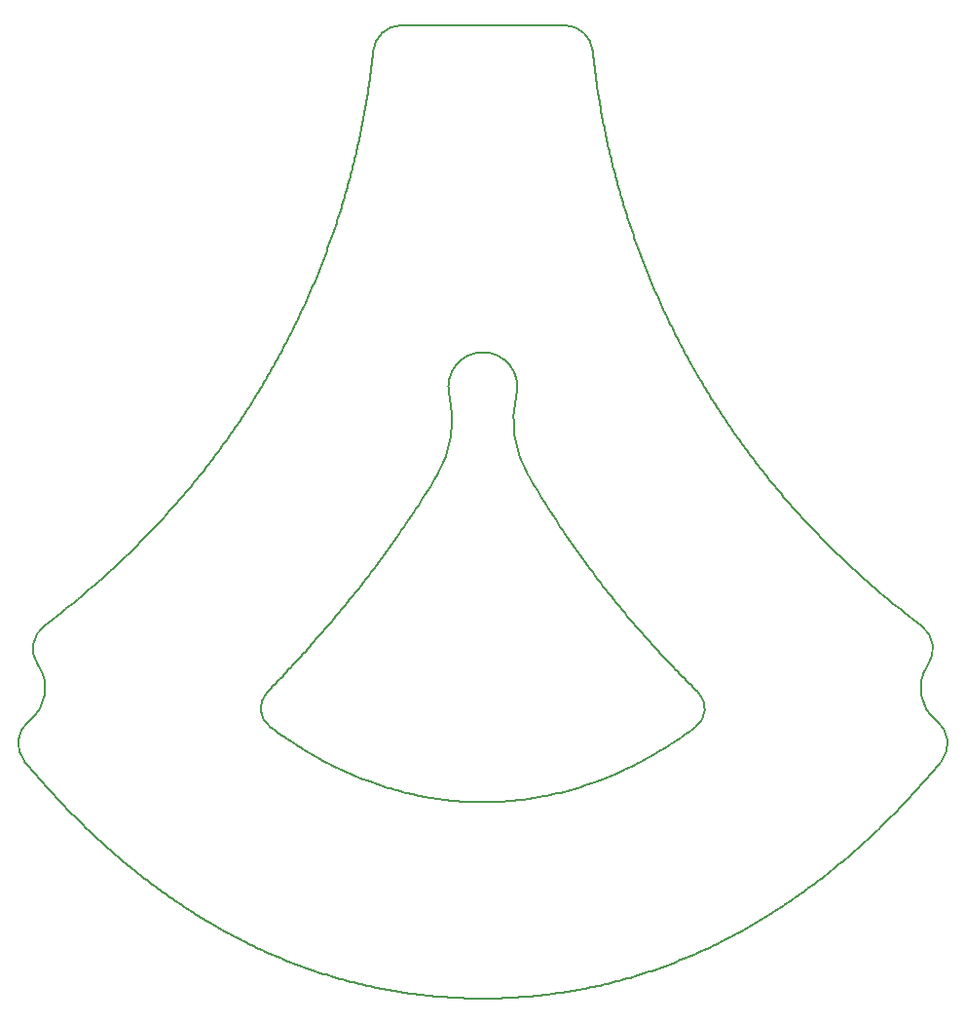
<source format=gbr>
%TF.GenerationSoftware,KiCad,Pcbnew,(6.0.8)*%
%TF.CreationDate,2022-12-20T01:42:36-08:00*%
%TF.ProjectId,Anduril USB Hub,416e6475-7269-46c2-9055-534220487562,rev?*%
%TF.SameCoordinates,Original*%
%TF.FileFunction,Profile,NP*%
%FSLAX46Y46*%
G04 Gerber Fmt 4.6, Leading zero omitted, Abs format (unit mm)*
G04 Created by KiCad (PCBNEW (6.0.8)) date 2022-12-20 01:42:36*
%MOMM*%
%LPD*%
G01*
G04 APERTURE LIST*
%ADD10C,0.200000*%
%TA.AperFunction,Profile*%
%ADD11C,0.180000*%
%TD*%
G04 APERTURE END LIST*
D10*
X72556349Y-94730864D02*
X72701816Y-94905899D01*
X72847818Y-95080480D01*
X72994357Y-95254601D01*
X73141432Y-95428261D01*
X73289045Y-95601457D01*
X73437195Y-95774184D01*
X73585884Y-95946442D01*
X73735111Y-96118225D01*
X73884878Y-96289532D01*
X74035184Y-96460359D01*
X74186031Y-96630704D01*
X74337419Y-96800563D01*
X74489349Y-96969934D01*
X74641820Y-97138813D01*
X74794834Y-97307197D01*
X74948392Y-97475084D01*
X75102493Y-97642471D01*
X75257138Y-97809354D01*
X75412328Y-97975730D01*
X75568063Y-98141596D01*
X75724345Y-98306951D01*
X75881172Y-98471789D01*
X76038547Y-98636109D01*
X76196469Y-98799908D01*
X76354939Y-98963182D01*
X76513958Y-99125929D01*
X76673526Y-99288145D01*
X76833644Y-99449827D01*
X76994311Y-99610973D01*
X77155530Y-99771580D01*
X77317300Y-99931644D01*
X77479622Y-100091163D01*
X123077238Y-40312852D02*
X123030194Y-40086835D01*
X122983874Y-39860639D01*
X122938280Y-39634261D01*
X122893415Y-39407703D01*
X122849282Y-39180962D01*
X122805883Y-38954038D01*
X122763222Y-38726930D01*
X122721301Y-38499638D01*
X122680123Y-38272161D01*
X122639691Y-38044499D01*
X122600007Y-37816650D01*
X122561074Y-37588614D01*
X122522896Y-37360390D01*
X122485474Y-37131978D01*
X122448812Y-36903376D01*
X122412912Y-36674585D01*
X122377778Y-36445603D01*
X122343411Y-36216430D01*
X122309815Y-35987065D01*
X122276993Y-35757508D01*
X122244946Y-35527757D01*
X122213679Y-35297812D01*
X122183194Y-35067673D01*
X122153494Y-34837338D01*
X122124581Y-34606807D01*
X122096458Y-34376079D01*
X122069128Y-34145154D01*
X122042593Y-33914031D01*
X122016858Y-33682709D01*
X121991923Y-33451187D01*
X121967793Y-33219465D01*
X121944470Y-32987543D01*
X135184957Y-109287118D02*
X135402391Y-109164360D01*
X135619153Y-109040585D01*
X135835246Y-108915798D01*
X136050673Y-108790002D01*
X136265436Y-108663202D01*
X136479539Y-108535403D01*
X136692984Y-108406608D01*
X136905774Y-108276822D01*
X137117913Y-108146050D01*
X137329402Y-108014296D01*
X137540245Y-107881563D01*
X137750445Y-107747858D01*
X137960005Y-107613183D01*
X138168927Y-107477544D01*
X138377215Y-107340944D01*
X138584871Y-107203389D01*
X138791898Y-107064881D01*
X138998299Y-106925427D01*
X139204077Y-106785030D01*
X139409235Y-106643694D01*
X139613776Y-106501425D01*
X139817703Y-106358226D01*
X140021018Y-106214101D01*
X140223725Y-106069056D01*
X140425826Y-105923093D01*
X140627324Y-105776219D01*
X140828222Y-105628437D01*
X141028523Y-105479752D01*
X141228231Y-105330167D01*
X141427347Y-105179688D01*
X141625874Y-105028318D01*
X141823817Y-104876063D01*
D11*
X151067853Y-86358003D02*
G75*
G03*
X150524716Y-82927756I-2047653J1433903D01*
G01*
D10*
X87565847Y-70125347D02*
X87419636Y-70305711D01*
X87272893Y-70485537D01*
X87125619Y-70664824D01*
X86977814Y-70843573D01*
X86829479Y-71021786D01*
X86680615Y-71199463D01*
X86531223Y-71376605D01*
X86381305Y-71553214D01*
X86230861Y-71729290D01*
X86079891Y-71904835D01*
X85928398Y-72079848D01*
X85776382Y-72254332D01*
X85623843Y-72428287D01*
X85470784Y-72601714D01*
X85317204Y-72774614D01*
X85163106Y-72946989D01*
X122120308Y-96519240D02*
X122341102Y-96438080D01*
X122561321Y-96355180D01*
X122780922Y-96270569D01*
X122999862Y-96184278D01*
X123218098Y-96096339D01*
X123435587Y-96006781D01*
X123652287Y-95915634D01*
X123868154Y-95822930D01*
X124083146Y-95728700D01*
X124297219Y-95632973D01*
X124439404Y-95568339D01*
X77479622Y-100091163D02*
X77642477Y-100250115D01*
X77805850Y-100408481D01*
X77969742Y-100566257D01*
X78134155Y-100723441D01*
X78299092Y-100880030D01*
X78464554Y-101036022D01*
X78630543Y-101191414D01*
X78797061Y-101346203D01*
X78964111Y-101500386D01*
X79131694Y-101653962D01*
X79299813Y-101806926D01*
X79468469Y-101959277D01*
X79637665Y-102111012D01*
X79807402Y-102262128D01*
X79977683Y-102412622D01*
X80148510Y-102562493D01*
X80319884Y-102711736D01*
X80491808Y-102860350D01*
X80664284Y-103008331D01*
X80837313Y-103155678D01*
X81010898Y-103302387D01*
X81185041Y-103448456D01*
X81359745Y-103593882D01*
X81535010Y-103738662D01*
X81710839Y-103882794D01*
X81887233Y-104026276D01*
X82064197Y-104169103D01*
X82241730Y-104311274D01*
X82419835Y-104452787D01*
X82598514Y-104593638D01*
X82777770Y-104733824D01*
X82957604Y-104873344D01*
X127987923Y-112593249D02*
X128219601Y-112508742D01*
X128450836Y-112423002D01*
X128681628Y-112336030D01*
X128911977Y-112247828D01*
X129141885Y-112158398D01*
X129371352Y-112067743D01*
X129600378Y-111975863D01*
X129828966Y-111882762D01*
X130057114Y-111788441D01*
X130284825Y-111692902D01*
X130512098Y-111596148D01*
X130738934Y-111498179D01*
X130965335Y-111398999D01*
X131191301Y-111298609D01*
X131416832Y-111197011D01*
X131641930Y-111094208D01*
D11*
X72967707Y-91146398D02*
G75*
G03*
X72556349Y-94730864I1513013J-1989472D01*
G01*
D10*
X99800000Y-47500000D02*
X99728185Y-47721530D01*
X99655678Y-47942724D01*
X99582481Y-48163579D01*
X99508592Y-48384096D01*
X99434015Y-48604274D01*
X99358749Y-48824111D01*
X99282795Y-49043608D01*
X99206154Y-49262762D01*
X99128827Y-49481574D01*
X99050815Y-49700042D01*
X98972119Y-49918165D01*
X98892740Y-50135943D01*
X98812678Y-50353375D01*
X98731934Y-50570460D01*
X98650510Y-50787198D01*
X98568406Y-51003586D01*
X98485622Y-51219625D01*
X98402161Y-51435314D01*
X98318023Y-51650652D01*
X98233208Y-51865638D01*
X98147717Y-52080271D01*
X98061552Y-52294550D01*
X97974713Y-52508475D01*
X97887202Y-52722045D01*
X97799018Y-52935259D01*
X97710163Y-53148115D01*
X97620638Y-53360614D01*
X97530444Y-53572754D01*
X97439581Y-53784535D01*
X97348050Y-53995955D01*
X97255853Y-54207014D01*
X97162990Y-54417712D01*
D11*
X119456578Y-30733293D02*
X105328818Y-30733293D01*
D10*
X124968278Y-47449346D02*
X124897881Y-47229144D01*
X124828212Y-47008762D01*
X124759271Y-46788198D01*
X124691058Y-46567453D01*
X124623573Y-46346527D01*
X124556816Y-46125419D01*
X124490788Y-45904130D01*
X124425488Y-45682660D01*
X124360917Y-45461008D01*
X124297074Y-45239174D01*
X124233961Y-45017160D01*
X124171577Y-44794963D01*
X124109922Y-44572585D01*
X124048996Y-44350026D01*
X123988800Y-44127284D01*
X123929334Y-43904361D01*
X123870598Y-43681257D01*
X123812591Y-43457970D01*
X123755315Y-43234502D01*
X123698770Y-43010851D01*
X123642954Y-42787019D01*
X123587869Y-42563005D01*
X123533515Y-42338809D01*
X123479892Y-42114432D01*
X123427000Y-41889872D01*
X123374839Y-41665129D01*
X123323410Y-41440205D01*
X123272712Y-41215099D01*
X123222745Y-40989810D01*
X123173511Y-40764340D01*
X123125008Y-40538687D01*
X123077238Y-40312852D01*
X85163106Y-72946989D02*
X84853357Y-73290167D01*
X84541549Y-73631258D01*
X84227686Y-73970268D01*
X83911774Y-74307204D01*
X83593820Y-74642070D01*
X83273829Y-74974873D01*
X82951807Y-75305619D01*
X82627760Y-75634314D01*
X82301694Y-75960964D01*
X81973614Y-76285574D01*
X81643526Y-76608150D01*
X81311437Y-76928699D01*
X80977353Y-77247227D01*
X80641278Y-77563739D01*
X80303219Y-77878241D01*
X79963182Y-78190739D01*
X79621172Y-78501239D01*
X79277196Y-78809748D01*
X78931259Y-79116271D01*
X78583368Y-79420813D01*
X78233527Y-79723381D01*
X77881743Y-80023981D01*
X77528022Y-80322619D01*
X77172370Y-80619301D01*
X76814792Y-80914032D01*
X76455294Y-81206819D01*
X76093883Y-81497667D01*
X75730564Y-81786583D01*
X75365342Y-82073571D01*
X74998224Y-82358640D01*
X74629216Y-82641793D01*
X74258324Y-82923038D01*
X128801268Y-93164846D02*
X128997312Y-93037077D01*
X129192641Y-92908025D01*
X129387259Y-92777697D01*
X129581171Y-92646102D01*
X129774380Y-92513247D01*
X129838629Y-92468684D01*
X147305789Y-100091178D02*
X147468095Y-99931692D01*
X147629834Y-99771679D01*
X147791007Y-99611139D01*
X147951617Y-99450075D01*
X148111665Y-99288489D01*
X148271151Y-99126381D01*
X148430079Y-98963755D01*
X148588449Y-98800612D01*
X148746263Y-98636954D01*
X148903523Y-98472782D01*
X149060229Y-98308100D01*
X149216385Y-98142907D01*
X149371991Y-97977208D01*
X149527048Y-97811002D01*
X149681560Y-97644293D01*
X149835526Y-97477082D01*
X149988949Y-97309371D01*
X150141830Y-97141161D01*
X150294171Y-96972456D01*
X150445973Y-96803256D01*
X150597238Y-96633563D01*
X150747968Y-96463380D01*
X150898163Y-96292708D01*
X151047827Y-96121549D01*
X151196959Y-95949905D01*
X151345563Y-95777778D01*
X151493638Y-95605169D01*
X151641188Y-95432081D01*
X151788214Y-95258516D01*
X151934716Y-95084475D01*
X152080697Y-94909960D01*
X152226159Y-94734974D01*
D11*
X115305455Y-62856688D02*
G75*
G03*
X116339416Y-69865168I9234045J-2218212D01*
G01*
D10*
X134935063Y-67145011D02*
X134800374Y-66958280D01*
X134666325Y-66771151D01*
X134532915Y-66583624D01*
X134400144Y-66395700D01*
X134268013Y-66207378D01*
X134136522Y-66018658D01*
X134005670Y-65829540D01*
X133875458Y-65640024D01*
X133745885Y-65450110D01*
X133616952Y-65259798D01*
X133488659Y-65069088D01*
X133361006Y-64877980D01*
X133233992Y-64686474D01*
X133107619Y-64494569D01*
X132981885Y-64302267D01*
X132856792Y-64109566D01*
X132732338Y-63916467D01*
X132608525Y-63722969D01*
X132485352Y-63529074D01*
X132362819Y-63334780D01*
X132240926Y-63140088D01*
X132119673Y-62944997D01*
X131999061Y-62749508D01*
X131879090Y-62553620D01*
X131759759Y-62357334D01*
X131641068Y-62160649D01*
X131523018Y-61963566D01*
X131405609Y-61766084D01*
X131288840Y-61568204D01*
X131172712Y-61369925D01*
X131057225Y-61171247D01*
X130942379Y-60972171D01*
X82957604Y-104873344D02*
X83155715Y-105025759D01*
X83354413Y-105177287D01*
X83553701Y-105327923D01*
X83753582Y-105477663D01*
X83954059Y-105626503D01*
X84155134Y-105774437D01*
X84356810Y-105921462D01*
X84559091Y-106067574D01*
X84761978Y-106212768D01*
X84965476Y-106357039D01*
X85169587Y-106500383D01*
X85374314Y-106642796D01*
X85579660Y-106784273D01*
X85785628Y-106924810D01*
X85992220Y-107064403D01*
X86199440Y-107203047D01*
X86407290Y-107340738D01*
X86615773Y-107477471D01*
X86824893Y-107613243D01*
X87034652Y-107748048D01*
X87245053Y-107881882D01*
X87456099Y-108014741D01*
X87667792Y-108146620D01*
X87880137Y-108277515D01*
X88093135Y-108407423D01*
X88306790Y-108536337D01*
X88521104Y-108664254D01*
X88736081Y-108791170D01*
X88951723Y-108917080D01*
X89168033Y-109041980D01*
X89385014Y-109165865D01*
X89602670Y-109288731D01*
X89602670Y-109288731D02*
X89820926Y-109410529D01*
X90039711Y-109531212D01*
X90259025Y-109650775D01*
X90478868Y-109769215D01*
X90699242Y-109886527D01*
X90920146Y-110002708D01*
X91141582Y-110117753D01*
X91363549Y-110231659D01*
X91586050Y-110344421D01*
X91809084Y-110456036D01*
X92032653Y-110566500D01*
X92256756Y-110675809D01*
X92481396Y-110783958D01*
X92706571Y-110890944D01*
X92932283Y-110996762D01*
X93158533Y-111101410D01*
X93385322Y-111204882D01*
X93612649Y-111307175D01*
X93840516Y-111408286D01*
X94068924Y-111508209D01*
X94297872Y-111606941D01*
X94527363Y-111704478D01*
X94757396Y-111800816D01*
X94987972Y-111895951D01*
X95219092Y-111989879D01*
X95450756Y-112082596D01*
X95682965Y-112174099D01*
X95915721Y-112264382D01*
X96149023Y-112353443D01*
X96382872Y-112441277D01*
X96617270Y-112527880D01*
X96852216Y-112613249D01*
X124219936Y-113775396D02*
X124458842Y-113710985D01*
X124697290Y-113645299D01*
X124935281Y-113578342D01*
X125172815Y-113510114D01*
X125409893Y-113440619D01*
X125646516Y-113369859D01*
X125882684Y-113297837D01*
X126118400Y-113224555D01*
X126353664Y-113150015D01*
X126588476Y-113074221D01*
X126822838Y-112997175D01*
X127056750Y-112918879D01*
X127290214Y-112839336D01*
X127523230Y-112758548D01*
X127755799Y-112676518D01*
X127987923Y-112593249D01*
D11*
X130858589Y-91741298D02*
G75*
G03*
X131092428Y-88697068I-1171689J1621098D01*
G01*
D10*
X104506410Y-114639996D02*
X104749369Y-114681334D01*
X104992555Y-114721351D01*
X105235966Y-114760046D01*
X105479604Y-114797421D01*
X105723467Y-114833477D01*
X105967556Y-114868213D01*
X106211870Y-114901630D01*
X106456409Y-114933730D01*
X106701174Y-114964512D01*
X106946164Y-114993977D01*
X107191379Y-115022126D01*
X107436819Y-115048960D01*
X107682484Y-115074479D01*
X107928374Y-115098683D01*
X108174488Y-115121574D01*
X108420827Y-115143151D01*
X108667390Y-115163416D01*
X108914178Y-115182370D01*
X109161190Y-115200011D01*
X109408426Y-115216343D01*
X109655886Y-115231364D01*
X109903570Y-115245076D01*
X110151477Y-115257479D01*
X110399609Y-115268574D01*
X110647964Y-115278361D01*
X110896542Y-115286841D01*
X111145344Y-115294015D01*
X111394369Y-115299884D01*
X111643617Y-115304447D01*
X111893089Y-115307705D01*
X112142783Y-115309660D01*
X112392701Y-115310312D01*
X129838629Y-92468684D02*
X130030895Y-92334136D01*
X130222532Y-92198459D01*
X130413681Y-92061907D01*
X130604483Y-91924731D01*
X130795078Y-91787185D01*
X130858589Y-91741298D01*
D11*
X108368835Y-69915079D02*
G75*
G03*
X109468527Y-62845454I-8155345J4888919D01*
G01*
X72967707Y-91146398D02*
G75*
G03*
X73715305Y-86353369I-2120897J2785628D01*
G01*
D10*
X127608349Y-54389527D02*
X127514885Y-54177109D01*
X127422062Y-53964235D01*
X127329890Y-53750926D01*
X127238376Y-53537202D01*
X127147529Y-53323083D01*
X127057357Y-53108591D01*
X126967868Y-52893746D01*
X126879072Y-52678568D01*
X126790975Y-52463079D01*
X126703588Y-52247299D01*
X126616918Y-52031249D01*
X126530973Y-51814949D01*
X126445763Y-51598420D01*
X126361294Y-51381683D01*
X126277577Y-51164758D01*
X126194619Y-50947666D01*
D11*
X105328818Y-30733311D02*
G75*
G03*
X102840928Y-32987519I-918J-2498989D01*
G01*
D10*
X93838885Y-60974712D02*
X93723971Y-61173823D01*
X93608389Y-61372583D01*
X93492137Y-61570991D01*
X93375215Y-61769048D01*
X93257622Y-61966752D01*
X93139359Y-62164105D01*
X93020424Y-62361104D01*
X92900818Y-62557751D01*
X92780539Y-62754045D01*
X92659588Y-62949986D01*
X92537964Y-63145573D01*
X92415667Y-63340807D01*
X92292696Y-63535687D01*
X92169050Y-63730213D01*
X92044730Y-63924384D01*
X91919735Y-64118201D01*
X91794065Y-64311664D01*
X91667718Y-64504771D01*
X91540696Y-64697523D01*
X91412996Y-64889920D01*
X91284619Y-65081962D01*
X91155565Y-65273647D01*
X91025833Y-65464977D01*
X90895422Y-65655950D01*
X90764333Y-65846566D01*
X90632564Y-66036826D01*
X90500116Y-66226730D01*
X90366988Y-66416275D01*
X90233179Y-66605464D01*
X90098689Y-66794295D01*
X89963517Y-66982768D01*
X89827665Y-67170884D01*
X102581322Y-96488655D02*
X102801729Y-96568474D01*
X103023098Y-96646683D01*
X103245347Y-96723245D01*
X103468393Y-96798125D01*
X103692155Y-96871288D01*
X103916550Y-96942700D01*
X104141497Y-97012323D01*
X104366912Y-97080123D01*
X104592713Y-97146065D01*
X104818819Y-97210113D01*
X104969685Y-97251743D01*
X139583599Y-72909479D02*
X139428550Y-72735754D01*
X139274101Y-72561577D01*
X139120256Y-72386952D01*
X138967020Y-72211883D01*
X138814396Y-72036378D01*
X138662390Y-71860441D01*
X138511005Y-71684077D01*
X138360246Y-71507292D01*
X138210117Y-71330090D01*
X138060622Y-71152479D01*
X137911767Y-70974462D01*
X137763554Y-70796045D01*
X137615989Y-70617233D01*
X137469075Y-70438033D01*
X137322818Y-70258448D01*
X137177222Y-70078486D01*
X97699066Y-84324001D02*
X97513185Y-84533806D01*
X97326802Y-84743166D01*
X97139918Y-84952084D01*
X96952537Y-85160562D01*
X96764659Y-85368602D01*
X96576288Y-85576205D01*
X96387426Y-85783374D01*
X96198076Y-85990111D01*
X96008240Y-86196418D01*
X95817919Y-86402298D01*
X95690772Y-86539315D01*
X131641930Y-111094208D02*
X131866608Y-110990192D01*
X132090880Y-110884961D01*
X132314739Y-110778519D01*
X132538181Y-110670873D01*
X132761199Y-110562027D01*
X132983788Y-110451986D01*
X133205945Y-110340758D01*
X133427662Y-110228346D01*
X133648934Y-110114757D01*
X133869757Y-109999996D01*
X134090125Y-109884067D01*
X134310033Y-109766978D01*
X134529476Y-109648733D01*
X134748447Y-109529337D01*
X134966943Y-109408797D01*
X135184957Y-109287118D01*
X141823817Y-104876063D02*
X142003648Y-104736576D01*
X142182926Y-104596401D01*
X142361650Y-104455542D01*
X142539820Y-104314002D01*
X142717438Y-104171786D01*
X142894504Y-104028898D01*
X143071017Y-103885342D01*
X143246979Y-103741121D01*
X143422390Y-103596241D01*
X143597251Y-103450704D01*
X143771562Y-103304516D01*
X143945322Y-103157680D01*
X144118534Y-103010200D01*
X144291197Y-102862081D01*
X144463311Y-102713325D01*
X144634878Y-102563939D01*
X144805897Y-102413924D01*
X144976369Y-102263287D01*
X145146294Y-102112030D01*
X145315674Y-101960157D01*
X145484507Y-101807674D01*
X145652796Y-101654583D01*
X145820539Y-101500890D01*
X145987738Y-101346597D01*
X146154394Y-101191709D01*
X146320506Y-101036230D01*
X146486074Y-100880165D01*
X146651101Y-100723517D01*
X146815585Y-100566290D01*
X146979527Y-100408488D01*
X147142928Y-100250116D01*
X147305789Y-100091178D01*
X128979363Y-86566178D02*
X128784778Y-86363035D01*
X128590820Y-86159290D01*
X128397491Y-85954942D01*
X128204790Y-85749992D01*
X128012719Y-85544438D01*
X127821278Y-85338279D01*
X127630468Y-85131514D01*
X127440289Y-84924144D01*
X127250743Y-84716167D01*
X127061830Y-84507583D01*
X126936241Y-84368189D01*
X131092428Y-88697068D02*
X130892297Y-88499245D01*
X130692425Y-88301174D01*
X130492868Y-88102801D01*
X130293681Y-87904073D01*
X130094921Y-87704936D01*
X129896642Y-87505337D01*
X129698902Y-87305221D01*
X129501756Y-87104535D01*
X129305260Y-86903225D01*
X129109470Y-86701238D01*
X128979363Y-86566178D01*
X93893597Y-91716095D02*
X94083739Y-91853815D01*
X94274039Y-91991232D01*
X94464632Y-92128087D01*
X94655651Y-92264124D01*
X94847230Y-92399086D01*
X94911238Y-92443790D01*
D11*
X115305400Y-62856675D02*
G75*
G03*
X109468527Y-62845454I-2917100J700875D01*
G01*
D10*
X101539812Y-79737945D02*
X101307058Y-80030932D01*
X101073295Y-80323049D01*
X100838530Y-80614300D01*
X100602771Y-80904691D01*
X100366026Y-81194226D01*
X100128303Y-81482911D01*
X99889610Y-81770749D01*
X99649956Y-82057745D01*
X99409348Y-82343905D01*
X99167794Y-82629233D01*
X98925303Y-82913734D01*
X98681882Y-83197413D01*
X98437540Y-83480274D01*
X98192285Y-83762323D01*
X97946124Y-84043563D01*
X97699066Y-84324001D01*
D11*
X93628860Y-88707230D02*
G75*
G03*
X93893597Y-91716095I1437840J-1389570D01*
G01*
D10*
X95945479Y-93139627D02*
X96141535Y-93265996D01*
X96338275Y-93391054D01*
X96535702Y-93514792D01*
X96733822Y-93637203D01*
X96932637Y-93758277D01*
X97132153Y-93878007D01*
X97332374Y-93996385D01*
X97533303Y-94113403D01*
X97734945Y-94229052D01*
X97937305Y-94343325D01*
X98072612Y-94418739D01*
X150524716Y-82927756D02*
X150153641Y-82646375D01*
X149784381Y-82363023D01*
X149416943Y-82077692D01*
X149051332Y-81790375D01*
X148687555Y-81501065D01*
X148325620Y-81209754D01*
X147965533Y-80916435D01*
X147607300Y-80621100D01*
X147250929Y-80323743D01*
X146896426Y-80024355D01*
X146543798Y-79722931D01*
X146193052Y-79419462D01*
X145844194Y-79113941D01*
X145497230Y-78806361D01*
X145152169Y-78496714D01*
X144809016Y-78184994D01*
X144467778Y-77871193D01*
X144128462Y-77555303D01*
X143791074Y-77237318D01*
X143455622Y-76917229D01*
X143122112Y-76595030D01*
X142790551Y-76270714D01*
X142460945Y-75944273D01*
X142133302Y-75615700D01*
X141807627Y-75284987D01*
X141483928Y-74952127D01*
X141162211Y-74617114D01*
X140842484Y-74279939D01*
X140524752Y-73940595D01*
X140209023Y-73599075D01*
X139895303Y-73255372D01*
X139583599Y-72909479D01*
X89827665Y-67170884D02*
X89691113Y-67358657D01*
X89553855Y-67546096D01*
X89415905Y-67733182D01*
X89277276Y-67919898D01*
X89137983Y-68106227D01*
X88998039Y-68292151D01*
X88857458Y-68477654D01*
X88716254Y-68662717D01*
X88574441Y-68847324D01*
X88432032Y-69031458D01*
X88289041Y-69215101D01*
X88145483Y-69398235D01*
X88001370Y-69580844D01*
X87856717Y-69762911D01*
X87711538Y-69944417D01*
X87565847Y-70125347D01*
X112347204Y-98250912D02*
X112582130Y-98250301D01*
X112817307Y-98247716D01*
X113052643Y-98243158D01*
X113288050Y-98236632D01*
X113523438Y-98228141D01*
X113758718Y-98217687D01*
X113993800Y-98205274D01*
X114228595Y-98190905D01*
X114463014Y-98174583D01*
X114696966Y-98156312D01*
X114852632Y-98143050D01*
X101705295Y-40325034D02*
X101657277Y-40551685D01*
X101608517Y-40778179D01*
X101559016Y-41004517D01*
X101508774Y-41230699D01*
X101457789Y-41456723D01*
X101406062Y-41682591D01*
X101353593Y-41908302D01*
X101300381Y-42133857D01*
X101246427Y-42359254D01*
X101191729Y-42584495D01*
X101136289Y-42809578D01*
X101080105Y-43034505D01*
X101023177Y-43259274D01*
X100965506Y-43483887D01*
X100907090Y-43708342D01*
X100847930Y-43932640D01*
X100788026Y-44156781D01*
X100727378Y-44380765D01*
X100665984Y-44604591D01*
X100603846Y-44828260D01*
X100540962Y-45051772D01*
X100477333Y-45275126D01*
X100412958Y-45498322D01*
X100347838Y-45721362D01*
X100281971Y-45944243D01*
X100215358Y-46166967D01*
X100147999Y-46389534D01*
X100079893Y-46611942D01*
X100011041Y-46834193D01*
X99941441Y-47056287D01*
X99871094Y-47278222D01*
X99800000Y-47500000D01*
X123075734Y-79773871D02*
X122844788Y-79478161D01*
X122615151Y-79181555D01*
X122386824Y-78884052D01*
X122159807Y-78585651D01*
X121934103Y-78286353D01*
X121709711Y-77986157D01*
X121486633Y-77685062D01*
X121264869Y-77383069D01*
X121044421Y-77080178D01*
X120825290Y-76776388D01*
X120607476Y-76471699D01*
X120390980Y-76166111D01*
X120175804Y-75859623D01*
X119961948Y-75552236D01*
X119749413Y-75243948D01*
X119538201Y-74934761D01*
X119328312Y-74624673D01*
X119119747Y-74313685D01*
X118912508Y-74001796D01*
X118706594Y-73689006D01*
X118502008Y-73375315D01*
X118298749Y-73060722D01*
X118096820Y-72745228D01*
X117896220Y-72428832D01*
X117696951Y-72111533D01*
X117499014Y-71793333D01*
X117302410Y-71474229D01*
X117107140Y-71154223D01*
X116913204Y-70833315D01*
X116720605Y-70511502D01*
X116529341Y-70188787D01*
X116339416Y-69865168D01*
X126194619Y-50947666D02*
X126112416Y-50730404D01*
X126030959Y-50512957D01*
X125950246Y-50295324D01*
X125870278Y-50077507D01*
X125791051Y-49859504D01*
X125712566Y-49641317D01*
X125634822Y-49422945D01*
X125557817Y-49204390D01*
X125481551Y-48985650D01*
X125406022Y-48766727D01*
X125331230Y-48547620D01*
X125257172Y-48328330D01*
X125183850Y-48108858D01*
X125111260Y-47889203D01*
X125039403Y-47669365D01*
X124968278Y-47449346D01*
X114852632Y-98143050D02*
X115085733Y-98121541D01*
X115318439Y-98098104D01*
X115550752Y-98072741D01*
X115782671Y-98045458D01*
X116014197Y-98016259D01*
X116245333Y-97985149D01*
X116476078Y-97952133D01*
X116706433Y-97917215D01*
X116936401Y-97880400D01*
X117165980Y-97841693D01*
X117318819Y-97814840D01*
D11*
X121944492Y-32987541D02*
G75*
G03*
X119456578Y-30733293I-2486992J-244759D01*
G01*
D10*
X120334429Y-114630293D02*
X120580496Y-114586714D01*
X120826166Y-114541802D01*
X121071430Y-114495560D01*
X121316283Y-114447995D01*
X121560717Y-114399108D01*
X121804725Y-114348905D01*
X122048302Y-114297390D01*
X122291440Y-114244567D01*
X122534132Y-114190440D01*
X122776371Y-114135013D01*
X123018152Y-114078291D01*
X123259467Y-114020278D01*
X123500310Y-113960977D01*
X123740673Y-113900394D01*
X123980551Y-113838532D01*
X124219936Y-113775396D01*
X126936241Y-84368189D02*
X126685940Y-84088626D01*
X126436834Y-83808056D01*
X126188926Y-83526478D01*
X125942216Y-83243890D01*
X125696706Y-82960293D01*
X125452398Y-82675685D01*
X125209292Y-82390065D01*
X124967391Y-82103434D01*
X124726697Y-81815790D01*
X124487209Y-81527133D01*
X124248931Y-81237462D01*
X124011864Y-80946776D01*
X123776009Y-80655074D01*
X123541368Y-80362357D01*
X123307942Y-80068622D01*
X123075734Y-79773871D01*
X112392701Y-115310312D02*
X112642700Y-115309660D01*
X112892584Y-115307703D01*
X113142352Y-115304439D01*
X113392005Y-115299865D01*
X113641541Y-115293980D01*
X113890962Y-115286779D01*
X114140266Y-115278262D01*
X114389454Y-115268425D01*
X114638525Y-115257266D01*
X114887478Y-115244784D01*
X115136315Y-115230974D01*
X115385034Y-115215836D01*
X115633635Y-115199366D01*
X115882119Y-115181563D01*
X116130485Y-115162424D01*
X116378732Y-115141946D01*
X116626860Y-115120126D01*
X116874871Y-115096964D01*
X117122762Y-115072456D01*
X117370534Y-115046599D01*
X117618186Y-115019393D01*
X117865719Y-114990833D01*
X118113133Y-114960917D01*
X118360426Y-114929644D01*
X118607599Y-114897011D01*
X118854652Y-114863015D01*
X119101584Y-114827655D01*
X119348396Y-114790927D01*
X119595086Y-114752829D01*
X119841655Y-114713359D01*
X120088103Y-114672514D01*
X120334429Y-114630293D01*
X137177222Y-70078486D02*
X137032277Y-69898136D01*
X136887974Y-69717387D01*
X136744313Y-69536238D01*
X136601293Y-69354691D01*
X136458915Y-69172745D01*
X136317178Y-68990399D01*
X136176082Y-68807655D01*
X136035628Y-68624512D01*
X135895814Y-68440969D01*
X135756642Y-68257028D01*
X135618110Y-68072689D01*
X135480219Y-67887950D01*
X135342969Y-67702813D01*
X135206360Y-67517277D01*
X135070391Y-67331343D01*
X134935063Y-67145011D01*
X95690772Y-86539315D02*
X95499594Y-86744436D01*
X95307853Y-86949061D01*
X95115592Y-87153224D01*
X94922852Y-87356965D01*
X94729676Y-87560320D01*
X94536106Y-87763327D01*
X94342184Y-87966022D01*
X94147953Y-88168445D01*
X93953456Y-88370631D01*
X93758733Y-88572619D01*
X93628815Y-88707186D01*
X100649938Y-113797991D02*
X100889257Y-113860614D01*
X101128806Y-113921899D01*
X101368583Y-113981848D01*
X101608588Y-114040462D01*
X101848822Y-114097740D01*
X102089284Y-114153686D01*
X102329974Y-114208298D01*
X102570891Y-114261579D01*
X102812036Y-114313529D01*
X103053408Y-114364149D01*
X103295008Y-114413440D01*
X103536835Y-114461403D01*
X103778889Y-114508039D01*
X104021169Y-114553349D01*
X104263676Y-114597335D01*
X104506410Y-114639996D01*
X96852216Y-112613249D02*
X97087587Y-112697332D01*
X97323254Y-112780083D01*
X97559212Y-112861500D01*
X97795452Y-112941582D01*
X98031968Y-113020328D01*
X98268754Y-113097736D01*
X98505802Y-113173805D01*
X98743107Y-113248535D01*
X98980660Y-113321923D01*
X99218455Y-113393969D01*
X99456487Y-113464672D01*
X99694746Y-113534030D01*
X99933228Y-113602042D01*
X100171925Y-113668707D01*
X100410830Y-113734023D01*
X100649938Y-113797991D01*
X98072612Y-94418739D02*
X98344194Y-94567707D01*
X98617078Y-94714176D01*
X98891277Y-94858122D01*
X99166803Y-94999521D01*
X99443670Y-95138347D01*
X99721890Y-95274577D01*
X100001476Y-95408185D01*
X100282441Y-95539147D01*
X100564797Y-95667439D01*
X100848557Y-95793036D01*
X101133734Y-95915914D01*
X101420341Y-96036048D01*
X101708390Y-96153413D01*
X101997895Y-96267986D01*
X102288868Y-96379741D01*
X102581322Y-96488655D01*
X94911238Y-92443790D02*
X95103711Y-92577035D01*
X95296848Y-92709008D01*
X95490652Y-92839700D01*
X95685127Y-92969104D01*
X95880278Y-93097213D01*
X95945479Y-93139627D01*
D11*
X152226104Y-94734928D02*
G75*
G03*
X151815247Y-91150475I-1924104J1595228D01*
G01*
D10*
X102840928Y-32987519D02*
X102817608Y-33219386D01*
X102793479Y-33451082D01*
X102768543Y-33682608D01*
X102742803Y-33913964D01*
X102716260Y-34145151D01*
X102688918Y-34376169D01*
X102660778Y-34607018D01*
X102631843Y-34837700D01*
X102602116Y-35068214D01*
X102571600Y-35298561D01*
X102540295Y-35528742D01*
X102508206Y-35758758D01*
X102475333Y-35988608D01*
X102441681Y-36218293D01*
X102407251Y-36447814D01*
X102372045Y-36677171D01*
X102336066Y-36906364D01*
X102299317Y-37135396D01*
X102261800Y-37364265D01*
X102223518Y-37592972D01*
X102184472Y-37821518D01*
X102144665Y-38049903D01*
X102104100Y-38278128D01*
X102062780Y-38506194D01*
X102020705Y-38734101D01*
X101977880Y-38961848D01*
X101934306Y-39189438D01*
X101889987Y-39416870D01*
X101844923Y-39644145D01*
X101799118Y-39871264D01*
X101752575Y-40098227D01*
X101705295Y-40325034D01*
X108368835Y-69915079D02*
X108175568Y-70235570D01*
X107980884Y-70555163D01*
X107784794Y-70873860D01*
X107587310Y-71191664D01*
X107388445Y-71508578D01*
X107188209Y-71824603D01*
X106986615Y-72139743D01*
X106783674Y-72454001D01*
X106579399Y-72767377D01*
X106373800Y-73079876D01*
X106166890Y-73391500D01*
X105958681Y-73702251D01*
X105749185Y-74012133D01*
X105538412Y-74321146D01*
X105326376Y-74629294D01*
X105113088Y-74936580D01*
X104898559Y-75243006D01*
X104682801Y-75548575D01*
X104465827Y-75853289D01*
X104247648Y-76157151D01*
X104028276Y-76460163D01*
X103807722Y-76762327D01*
X103585999Y-77063648D01*
X103363119Y-77364126D01*
X103139092Y-77663764D01*
X102913931Y-77962566D01*
X102687648Y-78260534D01*
X102460255Y-78557669D01*
X102231762Y-78853976D01*
X102002183Y-79149455D01*
X101771529Y-79444111D01*
X101539812Y-79737945D01*
D11*
X74258324Y-82923038D02*
G75*
G03*
X73715305Y-86353369I1504596J-1996322D01*
G01*
D10*
X124439404Y-95568339D02*
X124651935Y-95470153D01*
X124863634Y-95370474D01*
X125074507Y-95269314D01*
X125284560Y-95166681D01*
X125493799Y-95062589D01*
X125702230Y-94957046D01*
X125909859Y-94850064D01*
X126116692Y-94741654D01*
X126322735Y-94631827D01*
X126527995Y-94520593D01*
X126664402Y-94445661D01*
X126664402Y-94445661D02*
X126868368Y-94332108D01*
X127071569Y-94217180D01*
X127274008Y-94100886D01*
X127475690Y-93983234D01*
X127676621Y-93864233D01*
X127876805Y-93743893D01*
X128076247Y-93622221D01*
X128274952Y-93499227D01*
X128472925Y-93374919D01*
X128670172Y-93249307D01*
X128801268Y-93164846D01*
X107399019Y-97802665D02*
X107704772Y-97856295D01*
X108010990Y-97906532D01*
X108317673Y-97953372D01*
X108624823Y-97996808D01*
X108932439Y-98036837D01*
X109240522Y-98073453D01*
X109549074Y-98106653D01*
X109858094Y-98136431D01*
X110167584Y-98162783D01*
X110477543Y-98185703D01*
X110787973Y-98205188D01*
X111098874Y-98221232D01*
X111410247Y-98233832D01*
X111722092Y-98242981D01*
X112034411Y-98248676D01*
X112347204Y-98250912D01*
X97162990Y-54417712D02*
X97069460Y-54628052D01*
X96975264Y-54838043D01*
X96880402Y-55047684D01*
X96784873Y-55256974D01*
X96688676Y-55465915D01*
X96591813Y-55674505D01*
X96494282Y-55882745D01*
X96396085Y-56090634D01*
X96297219Y-56298173D01*
X96197687Y-56505361D01*
X96097487Y-56712199D01*
X95996619Y-56918686D01*
X95895083Y-57124822D01*
X95792880Y-57330608D01*
X95690008Y-57536043D01*
X95586469Y-57741127D01*
X95482261Y-57945860D01*
X95377384Y-58150243D01*
X95271840Y-58354274D01*
X95165627Y-58557954D01*
X95058745Y-58761283D01*
X94951194Y-58964261D01*
X94842975Y-59166887D01*
X94734087Y-59369163D01*
X94624529Y-59571087D01*
X94514303Y-59772659D01*
X94403407Y-59973880D01*
X94291842Y-60174750D01*
X94179607Y-60375268D01*
X94066702Y-60575434D01*
X93953128Y-60775249D01*
X93838885Y-60974712D01*
D11*
X151067825Y-86357983D02*
G75*
G03*
X151815247Y-91150475I2868175J-2007217D01*
G01*
D10*
X130942379Y-60972171D02*
X130828174Y-60772695D01*
X130714611Y-60572820D01*
X130601691Y-60372545D01*
X130489413Y-60171870D01*
X130377779Y-59970795D01*
X130266789Y-59769319D01*
X130156444Y-59567443D01*
X130046742Y-59365165D01*
X129937686Y-59162486D01*
X129829275Y-58959406D01*
X129721510Y-58755923D01*
X129614392Y-58552039D01*
X129507920Y-58347752D01*
X129402095Y-58143063D01*
X129296917Y-57937971D01*
X129192387Y-57732476D01*
X129088506Y-57526577D01*
X128985273Y-57320275D01*
X128882689Y-57113569D01*
X128780755Y-56906459D01*
X128679470Y-56698944D01*
X128578836Y-56491025D01*
X128478853Y-56282701D01*
X128379520Y-56073972D01*
X128280839Y-55864838D01*
X128182810Y-55655298D01*
X128085434Y-55445352D01*
X127988709Y-55235000D01*
X127892639Y-55024242D01*
X127797221Y-54813077D01*
X127702458Y-54601505D01*
X127608349Y-54389527D01*
X104969685Y-97251743D02*
X105196175Y-97312587D01*
X105422926Y-97371531D01*
X105649938Y-97428572D01*
X105877210Y-97483712D01*
X106104742Y-97536949D01*
X106332535Y-97588282D01*
X106560589Y-97637713D01*
X106788904Y-97685239D01*
X107017480Y-97730861D01*
X107246316Y-97774578D01*
X107399019Y-97802665D01*
X117318819Y-97814840D02*
X117623981Y-97758621D01*
X117928459Y-97699061D01*
X118232255Y-97636170D01*
X118535371Y-97569954D01*
X118837807Y-97500423D01*
X119139567Y-97427586D01*
X119440651Y-97351451D01*
X119741061Y-97272026D01*
X120040800Y-97189320D01*
X120339869Y-97103343D01*
X120638269Y-97014101D01*
X120936003Y-96921605D01*
X121233072Y-96825862D01*
X121529478Y-96726881D01*
X121825222Y-96624670D01*
X122120308Y-96519240D01*
M02*

</source>
